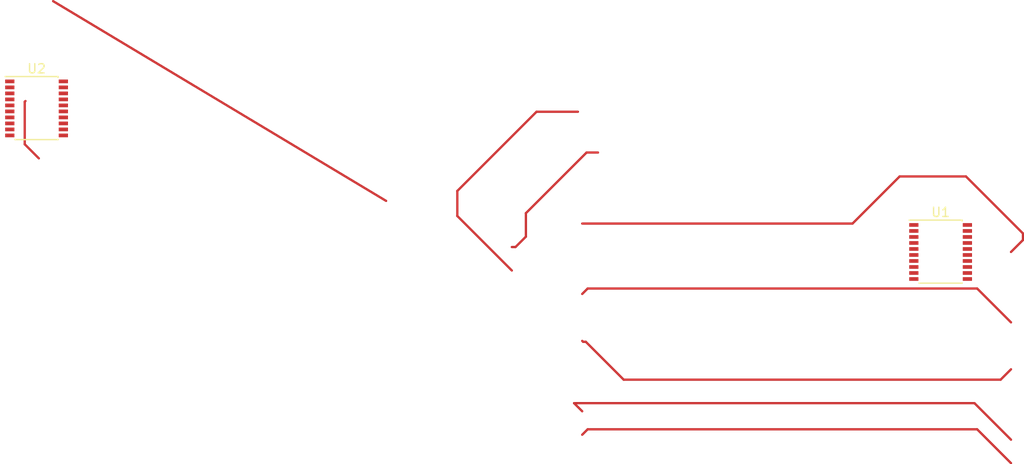
<source format=kicad_pcb>
(kicad_pcb (version 20221018) (generator pcbnew)
  (layers (0 "F.Cu" signal) (31 "B.Cu" signal) (34 "B.Paste" user) (35 "F.Paste" user) (36 "B.SilkS" user "B.Silkscreen") (37 "F.SilkS" user "F.Silkscreen") (38 "B.Mask" user) (39 "F.Mask" user) (44 "Edge.Cuts" user))
  (net 0 "")
  (net 2 "unconnected-(U1-D0-Pad3)")
  (net 8 "unconnected-(U1-Cp-Pad11)")
  (net 9 "unconnected-(U1-Q4-Pad12)")
  (net 12 "unconnected-(U1-Q5-Pad15)")
  (net 14 "unconnected-(U1-D6-Pad17)")
  (net 17 "unconnected-(U1-VCC-Pad20)")
  (net 18 "Net-(U1-Q0)")
  (net 35 "Net-(U1-Q2)")
  (net 36 "Net-(U1-Q3)")
  (footprint "Package_SO:SSOP-20_4.4x6.5mm_P0.65mm" (layer "F.Cu") (at 158.045 50.195)
    (fp_text reference "U1" (at 0 -4.3) (layer "F.SilkS"))
    (fp_text value "74AHC273")
    (fp_line (start -3.4 -3.45) (end 2.325 -3.45) (stroke (width 0.15)) (layer "F.SilkS"))
    (fp_line (start -2.325 3.375) (end -2.325 3.35) (stroke (width 0.15)) (layer "F.SilkS"))
    (fp_line (start -2.325 3.375) (end 2.325 3.375) (stroke (width 0.15)) (layer "F.SilkS"))
    (fp_line (start 2.325 -3.45) (end 2.325 -3.35) (stroke (width 0.15)) (layer "F.SilkS"))
    (fp_line (start 2.325 3.375) (end 2.325 3.35) (stroke (width 0.15)) (layer "F.SilkS"))
    (pad "1" smd rect (at -2.9 -2.925) (size 1 0.4) (layers "F.Cu" "F.Paste" "F.Mask"))
    (pad "2" smd rect (at -2.9 -2.275) (size 1 0.4) (layers "F.Cu" "F.Paste" "F.Mask") (net 18 "Net-(U1-Q0)"))
    (pad "3" smd rect (at -2.9 -1.625) (size 1 0.4) (layers "F.Cu" "F.Paste" "F.Mask") (net 2 "unconnected-(U1-D0-Pad3)"))
    (pad "4" smd rect (at -2.9 -0.975) (size 1 0.4) (layers "F.Cu" "F.Paste" "F.Mask"))
    (pad "5" smd rect (at -2.9 -0.325) (size 1 0.4) (layers "F.Cu" "F.Paste" "F.Mask"))
    (pad "6" smd rect (at -2.9 0.325) (size 1 0.4) (layers "F.Cu" "F.Paste" "F.Mask") (net 35 "Net-(U1-Q2)"))
    (pad "7" smd rect (at -2.9 0.975) (size 1 0.4) (layers "F.Cu" "F.Paste" "F.Mask"))
    (pad "8" smd rect (at -2.9 1.625) (size 1 0.4) (layers "F.Cu" "F.Paste" "F.Mask"))
    (pad "9" smd rect (at -2.9 2.275) (size 1 0.4) (layers "F.Cu" "F.Paste" "F.Mask") (net 36 "Net-(U1-Q3)"))
    (pad "10" smd rect (at -2.9 2.925) (size 1 0.4) (layers "F.Cu" "F.Paste" "F.Mask"))
    (pad "11" smd rect (at 2.9 2.925) (size 1 0.4) (layers "F.Cu" "F.Paste" "F.Mask") (net 8 "unconnected-(U1-Cp-Pad11)"))
    (pad "12" smd rect (at 2.9 2.275) (size 1 0.4) (layers "F.Cu" "F.Paste" "F.Mask") (net 9 "unconnected-(U1-Q4-Pad12)"))
    (pad "13" smd rect (at 2.9 1.625) (size 1 0.4) (layers "F.Cu" "F.Paste" "F.Mask"))
    (pad "14" smd rect (at 2.9 0.975) (size 1 0.4) (layers "F.Cu" "F.Paste" "F.Mask"))
    (pad "15" smd rect (at 2.9 0.325) (size 1 0.4) (layers "F.Cu" "F.Paste" "F.Mask") (net 12 "unconnected-(U1-Q5-Pad15)"))
    (pad "16" smd rect (at 2.9 -0.325) (size 1 0.4) (layers "F.Cu" "F.Paste" "F.Mask"))
    (pad "17" smd rect (at 2.9 -0.975) (size 1 0.4) (layers "F.Cu" "F.Paste" "F.Mask") (net 14 "unconnected-(U1-D6-Pad17)"))
    (pad "18" smd rect (at 2.9 -1.625) (size 1 0.4) (layers "F.Cu" "F.Paste" "F.Mask"))
    (pad "19" smd rect (at 2.9 -2.275) (size 1 0.4) (layers "F.Cu" "F.Paste" "F.Mask"))
    (pad "20" smd rect (at 2.9 -2.925) (size 1 0.4) (layers "F.Cu" "F.Paste" "F.Mask") (net 17 "unconnected-(U1-VCC-Pad20)"))
  )
  (footprint "Package_SO:SSOP-20_4.4x6.5mm_P0.65mm" (layer "F.Cu") (at 60.185001 34.654993)
    (fp_text reference "U2" (at 0 -4.3) (layer "F.SilkS"))
    (fp_text value "74AHC273")
    (fp_line (start -3.4 -3.45) (end 2.325 -3.45) (stroke (width 0.15)) (layer "F.SilkS"))
    (fp_line (start -2.325 3.375) (end -2.325 3.35) (stroke (width 0.15)) (layer "F.SilkS"))
    (fp_line (start -2.325 3.375) (end 2.325 3.375) (stroke (width 0.15)) (layer "F.SilkS"))
    (fp_line (start 2.325 -3.45) (end 2.325 -3.35) (stroke (width 0.15)) (layer "F.SilkS"))
    (fp_line (start 2.325 3.375) (end 2.325 3.35) (stroke (width 0.15)) (layer "F.SilkS"))
    (pad "1" smd rect (at -2.9 -2.925) (size 1 0.4) (layers "F.Cu" "F.Paste" "F.Mask") (net 36 "Net-(U1-Q3)"))
    (pad "2" smd rect (at -2.9 -2.275) (size 1 0.4) (layers "F.Cu" "F.Paste" "F.Mask"))
    (pad "3" smd rect (at -2.9 -1.625) (size 1 0.4) (layers "F.Cu" "F.Paste" "F.Mask") (net 18 "Net-(U1-Q0)"))
    (pad "4" smd rect (at -2.9 -0.975) (size 1 0.4) (layers "F.Cu" "F.Paste" "F.Mask"))
    (pad "5" smd rect (at -2.9 -0.325) (size 1 0.4) (layers "F.Cu" "F.Paste" "F.Mask"))
    (pad "6" smd rect (at -2.9 0.325) (size 1 0.4) (layers "F.Cu" "F.Paste" "F.Mask"))
    (pad "7" smd rect (at -2.9 0.975) (size 1 0.4) (layers "F.Cu" "F.Paste" "F.Mask"))
    (pad "8" smd rect (at -2.9 1.625) (size 1 0.4) (layers "F.Cu" "F.Paste" "F.Mask"))
    (pad "9" smd rect (at -2.9 2.275) (size 1 0.4) (layers "F.Cu" "F.Paste" "F.Mask"))
    (pad "10" smd rect (at -2.9 2.925) (size 1 0.4) (layers "F.Cu" "F.Paste" "F.Mask"))
    (pad "11" smd rect (at 2.9 2.925) (size 1 0.4) (layers "F.Cu" "F.Paste" "F.Mask"))
    (pad "12" smd rect (at 2.9 2.275) (size 1 0.4) (layers "F.Cu" "F.Paste" "F.Mask"))
    (pad "13" smd rect (at 2.9 1.625) (size 1 0.4) (layers "F.Cu" "F.Paste" "F.Mask") (net 35 "Net-(U1-Q2)"))
    (pad "14" smd rect (at 2.9 0.975) (size 1 0.4) (layers "F.Cu" "F.Paste" "F.Mask") (net 36 "Net-(U1-Q3)"))
    (pad "15" smd rect (at 2.9 0.325) (size 1 0.4) (layers "F.Cu" "F.Paste" "F.Mask"))
    (pad "16" smd rect (at 2.9 -0.325) (size 1 0.4) (layers "F.Cu" "F.Paste" "F.Mask"))
    (pad "17" smd rect (at 2.9 -0.975) (size 1 0.4) (layers "F.Cu" "F.Paste" "F.Mask"))
    (pad "18" smd rect (at 2.9 -1.625) (size 1 0.4) (layers "F.Cu" "F.Paste" "F.Mask"))
    (pad "19" smd rect (at 2.9 -2.275) (size 1 0.4) (layers "F.Cu" "F.Paste" "F.Mask"))
    (pad "20" smd rect (at 2.9 -2.925) (size 1 0.4) (layers "F.Cu" "F.Paste" "F.Mask"))
  )
  (segment (start 105.73 46.3) (end 105.73 43.59) (width 0.25) (layer "F.Cu") (net 2))
  (segment (start 105.73 43.59) (end 114.304201 35.015799) (width 0.25) (layer "F.Cu") (net 2))
  (segment (start 111.63 52.2) (end 105.73 46.3) (width 0.25) (layer "F.Cu") (net 2))
  (segment (start 114.304201 35.015799) (end 118.786466 35.015799) (width 0.25) (layer "F.Cu") (net 2))
  (segment (start 162 69.39) (end 165.665 73.055) (width 0.25) (layer "F.Cu") (net 8))
  (segment (start 119.84 69.39) (end 162 69.39) (width 0.25) (layer "F.Cu") (net 8))
  (segment (start 119.25 69.98) (end 119.84 69.39) (width 0.25) (layer "F.Cu") (net 8))
  (segment (start 119.25 67.44) (end 118.37 66.56) (width 0.25) (layer "F.Cu") (net 9))
  (segment (start 118.37 66.56) (end 161.71 66.56) (width 0.25) (layer "F.Cu") (net 9))
  (segment (start 161.71 66.56) (end 165.665 70.515) (width 0.25) (layer "F.Cu") (net 9))
  (segment (start 119.35 59.92) (end 119.25 59.82) (width 0.25) (layer "F.Cu") (net 12))
  (segment (start 123.74 64.02) (end 119.64 59.92) (width 0.25) (layer "F.Cu") (net 12))
  (segment (start 119.64 59.92) (end 119.35 59.92) (width 0.25) (layer "F.Cu") (net 12))
  (segment (start 165.665 62.895) (end 164.54 64.02) (width 0.25) (layer "F.Cu") (net 12))
  (segment (start 164.54 64.02) (end 123.74 64.02) (width 0.25) (layer "F.Cu") (net 12))
  (segment (start 162 54.15) (end 165.665 57.815) (width 0.25) (layer "F.Cu") (net 14))
  (segment (start 119.84 54.15) (end 162 54.15) (width 0.25) (layer "F.Cu") (net 14))
  (segment (start 119.25 54.74) (end 119.84 54.15) (width 0.25) (layer "F.Cu") (net 14))
  (segment (start 166.96 48.9) (end 165.665 50.195) (width 0.25) (layer "F.Cu") (net 17))
  (segment (start 166.96 48.19) (end 166.96 48.9) (width 0.25) (layer "F.Cu") (net 17))
  (segment (start 160.79 42.02) (end 166.96 48.19) (width 0.25) (layer "F.Cu") (net 17))
  (segment (start 153.61 42.02) (end 160.79 42.02) (width 0.25) (layer "F.Cu") (net 17))
  (segment (start 119.25 47.12) (end 148.51 47.12) (width 0.25) (layer "F.Cu") (net 17))
  (segment (start 148.51 47.12) (end 153.61 42.02) (width 0.25) (layer "F.Cu") (net 17))
  (segment (start 58.905 38.535) (end 58.905 33.935) (width 0.25) (layer "F.Cu") (net 18))
  (segment (start 120.96 39.43) (end 119.72 39.43) (width 0.25) (layer "F.Cu") (net 18))
  (segment (start 60.43 40.06) (end 58.905 38.535) (width 0.25) (layer "F.Cu") (net 18))
  (segment (start 112.03 49.66) (end 111.63 49.66) (width 0.25) (layer "F.Cu") (net 18))
  (segment (start 119.72 39.43) (end 113.155 45.995) (width 0.25) (layer "F.Cu") (net 18))
  (segment (start 113.155 48.535) (end 112.03 49.66) (width 0.25) (layer "F.Cu") (net 18))
  (segment (start 113.155 45.995) (end 113.155 48.535) (width 0.25) (layer "F.Cu") (net 18))
  (segment (start 58.905 33.935) (end 58.985 33.855) (width 0.25) (layer "F.Cu") (net 18))
  (segment (start 61.978807 23.044501) (end 98.021193 44.665498) (width 0.25) (layer "F.Cu") (net 18))
)
</source>
